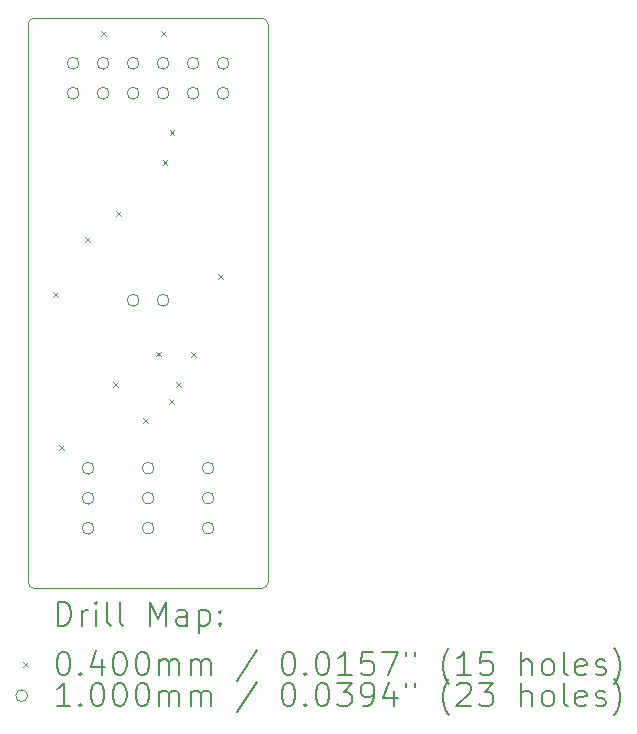
<source format=gbr>
%TF.GenerationSoftware,KiCad,Pcbnew,6.0.9-8da3e8f707~116~ubuntu20.04.1*%
%TF.CreationDate,2023-03-08T13:02:05+01:00*%
%TF.ProjectId,dac_adc_pmod,6461635f-6164-4635-9f70-6d6f642e6b69,rev?*%
%TF.SameCoordinates,Original*%
%TF.FileFunction,Drillmap*%
%TF.FilePolarity,Positive*%
%FSLAX45Y45*%
G04 Gerber Fmt 4.5, Leading zero omitted, Abs format (unit mm)*
G04 Created by KiCad (PCBNEW 6.0.9-8da3e8f707~116~ubuntu20.04.1) date 2023-03-08 13:02:05*
%MOMM*%
%LPD*%
G01*
G04 APERTURE LIST*
%ADD10C,0.100000*%
%ADD11C,0.200000*%
%ADD12C,0.040000*%
G04 APERTURE END LIST*
D10*
X7543800Y-3937000D02*
G75*
G03*
X7493000Y-3987800I0J-50800D01*
G01*
X7493000Y-3987800D02*
X7493000Y-8712200D01*
X9474200Y-8763000D02*
X7543800Y-8763000D01*
X9525000Y-8712200D02*
X9525000Y-3987800D01*
X7493000Y-8712200D02*
G75*
G03*
X7543800Y-8763000I50800J0D01*
G01*
X9525000Y-3987800D02*
G75*
G03*
X9474200Y-3937000I-50800J0D01*
G01*
X7543800Y-3937000D02*
X9474200Y-3937000D01*
X9474200Y-8763000D02*
G75*
G03*
X9525000Y-8712200I0J50800D01*
G01*
D11*
D12*
X7701600Y-6253800D02*
X7741600Y-6293800D01*
X7741600Y-6253800D02*
X7701600Y-6293800D01*
X7752400Y-7549200D02*
X7792400Y-7589200D01*
X7792400Y-7549200D02*
X7752400Y-7589200D01*
X7976240Y-5791840D02*
X8016240Y-5831840D01*
X8016240Y-5791840D02*
X7976240Y-5831840D01*
X8108000Y-4044000D02*
X8148000Y-4084000D01*
X8148000Y-4044000D02*
X8108000Y-4084000D01*
X8209600Y-7015800D02*
X8249600Y-7055800D01*
X8249600Y-7015800D02*
X8209600Y-7055800D01*
X8235000Y-5568000D02*
X8275000Y-5608000D01*
X8275000Y-5568000D02*
X8235000Y-5608000D01*
X8464000Y-7325170D02*
X8504000Y-7365170D01*
X8504000Y-7325170D02*
X8464000Y-7365170D01*
X8577800Y-6759200D02*
X8617800Y-6799200D01*
X8617800Y-6759200D02*
X8577800Y-6799200D01*
X8616000Y-4044000D02*
X8656000Y-4084000D01*
X8656000Y-4044000D02*
X8616000Y-4084000D01*
X8630660Y-5138210D02*
X8670660Y-5178210D01*
X8670660Y-5138210D02*
X8630660Y-5178210D01*
X8686990Y-7160580D02*
X8726990Y-7200580D01*
X8726990Y-7160580D02*
X8686990Y-7200580D01*
X8690240Y-4885900D02*
X8730240Y-4925900D01*
X8730240Y-4885900D02*
X8690240Y-4925900D01*
X8743000Y-7015800D02*
X8783000Y-7055800D01*
X8783000Y-7015800D02*
X8743000Y-7055800D01*
X8870000Y-6761800D02*
X8910000Y-6801800D01*
X8910000Y-6761800D02*
X8870000Y-6801800D01*
X9098600Y-6101400D02*
X9138600Y-6141400D01*
X9138600Y-6101400D02*
X9098600Y-6141400D01*
D10*
X7924000Y-4318000D02*
G75*
G03*
X7924000Y-4318000I-50000J0D01*
G01*
X7924000Y-4572000D02*
G75*
G03*
X7924000Y-4572000I-50000J0D01*
G01*
X8051000Y-7747000D02*
G75*
G03*
X8051000Y-7747000I-50000J0D01*
G01*
X8051000Y-8001000D02*
G75*
G03*
X8051000Y-8001000I-50000J0D01*
G01*
X8051000Y-8255000D02*
G75*
G03*
X8051000Y-8255000I-50000J0D01*
G01*
X8178000Y-4318000D02*
G75*
G03*
X8178000Y-4318000I-50000J0D01*
G01*
X8178000Y-4572000D02*
G75*
G03*
X8178000Y-4572000I-50000J0D01*
G01*
X8432000Y-4318000D02*
G75*
G03*
X8432000Y-4318000I-50000J0D01*
G01*
X8432000Y-4572000D02*
G75*
G03*
X8432000Y-4572000I-50000J0D01*
G01*
X8432000Y-6324600D02*
G75*
G03*
X8432000Y-6324600I-50000J0D01*
G01*
X8559000Y-7745500D02*
G75*
G03*
X8559000Y-7745500I-50000J0D01*
G01*
X8559000Y-7999500D02*
G75*
G03*
X8559000Y-7999500I-50000J0D01*
G01*
X8559000Y-8253500D02*
G75*
G03*
X8559000Y-8253500I-50000J0D01*
G01*
X8686000Y-4318000D02*
G75*
G03*
X8686000Y-4318000I-50000J0D01*
G01*
X8686000Y-4572000D02*
G75*
G03*
X8686000Y-4572000I-50000J0D01*
G01*
X8686000Y-6324600D02*
G75*
G03*
X8686000Y-6324600I-50000J0D01*
G01*
X8940000Y-4318000D02*
G75*
G03*
X8940000Y-4318000I-50000J0D01*
G01*
X8940000Y-4572000D02*
G75*
G03*
X8940000Y-4572000I-50000J0D01*
G01*
X9067000Y-7745500D02*
G75*
G03*
X9067000Y-7745500I-50000J0D01*
G01*
X9067000Y-7999500D02*
G75*
G03*
X9067000Y-7999500I-50000J0D01*
G01*
X9067000Y-8253500D02*
G75*
G03*
X9067000Y-8253500I-50000J0D01*
G01*
X9194000Y-4318000D02*
G75*
G03*
X9194000Y-4318000I-50000J0D01*
G01*
X9194000Y-4572000D02*
G75*
G03*
X9194000Y-4572000I-50000J0D01*
G01*
D11*
X7745619Y-9078476D02*
X7745619Y-8878476D01*
X7793238Y-8878476D01*
X7821809Y-8888000D01*
X7840857Y-8907048D01*
X7850381Y-8926095D01*
X7859905Y-8964190D01*
X7859905Y-8992762D01*
X7850381Y-9030857D01*
X7840857Y-9049905D01*
X7821809Y-9068952D01*
X7793238Y-9078476D01*
X7745619Y-9078476D01*
X7945619Y-9078476D02*
X7945619Y-8945143D01*
X7945619Y-8983238D02*
X7955143Y-8964190D01*
X7964667Y-8954667D01*
X7983714Y-8945143D01*
X8002762Y-8945143D01*
X8069428Y-9078476D02*
X8069428Y-8945143D01*
X8069428Y-8878476D02*
X8059905Y-8888000D01*
X8069428Y-8897524D01*
X8078952Y-8888000D01*
X8069428Y-8878476D01*
X8069428Y-8897524D01*
X8193238Y-9078476D02*
X8174190Y-9068952D01*
X8164667Y-9049905D01*
X8164667Y-8878476D01*
X8298000Y-9078476D02*
X8278952Y-9068952D01*
X8269428Y-9049905D01*
X8269428Y-8878476D01*
X8526571Y-9078476D02*
X8526571Y-8878476D01*
X8593238Y-9021333D01*
X8659905Y-8878476D01*
X8659905Y-9078476D01*
X8840857Y-9078476D02*
X8840857Y-8973714D01*
X8831333Y-8954667D01*
X8812286Y-8945143D01*
X8774190Y-8945143D01*
X8755143Y-8954667D01*
X8840857Y-9068952D02*
X8821810Y-9078476D01*
X8774190Y-9078476D01*
X8755143Y-9068952D01*
X8745619Y-9049905D01*
X8745619Y-9030857D01*
X8755143Y-9011810D01*
X8774190Y-9002286D01*
X8821810Y-9002286D01*
X8840857Y-8992762D01*
X8936095Y-8945143D02*
X8936095Y-9145143D01*
X8936095Y-8954667D02*
X8955143Y-8945143D01*
X8993238Y-8945143D01*
X9012286Y-8954667D01*
X9021810Y-8964190D01*
X9031333Y-8983238D01*
X9031333Y-9040381D01*
X9021810Y-9059429D01*
X9012286Y-9068952D01*
X8993238Y-9078476D01*
X8955143Y-9078476D01*
X8936095Y-9068952D01*
X9117048Y-9059429D02*
X9126571Y-9068952D01*
X9117048Y-9078476D01*
X9107524Y-9068952D01*
X9117048Y-9059429D01*
X9117048Y-9078476D01*
X9117048Y-8954667D02*
X9126571Y-8964190D01*
X9117048Y-8973714D01*
X9107524Y-8964190D01*
X9117048Y-8954667D01*
X9117048Y-8973714D01*
D12*
X7448000Y-9388000D02*
X7488000Y-9428000D01*
X7488000Y-9388000D02*
X7448000Y-9428000D01*
D11*
X7783714Y-9298476D02*
X7802762Y-9298476D01*
X7821809Y-9308000D01*
X7831333Y-9317524D01*
X7840857Y-9336571D01*
X7850381Y-9374667D01*
X7850381Y-9422286D01*
X7840857Y-9460381D01*
X7831333Y-9479429D01*
X7821809Y-9488952D01*
X7802762Y-9498476D01*
X7783714Y-9498476D01*
X7764667Y-9488952D01*
X7755143Y-9479429D01*
X7745619Y-9460381D01*
X7736095Y-9422286D01*
X7736095Y-9374667D01*
X7745619Y-9336571D01*
X7755143Y-9317524D01*
X7764667Y-9308000D01*
X7783714Y-9298476D01*
X7936095Y-9479429D02*
X7945619Y-9488952D01*
X7936095Y-9498476D01*
X7926571Y-9488952D01*
X7936095Y-9479429D01*
X7936095Y-9498476D01*
X8117048Y-9365143D02*
X8117048Y-9498476D01*
X8069428Y-9288952D02*
X8021809Y-9431810D01*
X8145619Y-9431810D01*
X8259905Y-9298476D02*
X8278952Y-9298476D01*
X8298000Y-9308000D01*
X8307524Y-9317524D01*
X8317048Y-9336571D01*
X8326571Y-9374667D01*
X8326571Y-9422286D01*
X8317048Y-9460381D01*
X8307524Y-9479429D01*
X8298000Y-9488952D01*
X8278952Y-9498476D01*
X8259905Y-9498476D01*
X8240857Y-9488952D01*
X8231333Y-9479429D01*
X8221809Y-9460381D01*
X8212286Y-9422286D01*
X8212286Y-9374667D01*
X8221809Y-9336571D01*
X8231333Y-9317524D01*
X8240857Y-9308000D01*
X8259905Y-9298476D01*
X8450381Y-9298476D02*
X8469429Y-9298476D01*
X8488476Y-9308000D01*
X8498000Y-9317524D01*
X8507524Y-9336571D01*
X8517048Y-9374667D01*
X8517048Y-9422286D01*
X8507524Y-9460381D01*
X8498000Y-9479429D01*
X8488476Y-9488952D01*
X8469429Y-9498476D01*
X8450381Y-9498476D01*
X8431333Y-9488952D01*
X8421810Y-9479429D01*
X8412286Y-9460381D01*
X8402762Y-9422286D01*
X8402762Y-9374667D01*
X8412286Y-9336571D01*
X8421810Y-9317524D01*
X8431333Y-9308000D01*
X8450381Y-9298476D01*
X8602762Y-9498476D02*
X8602762Y-9365143D01*
X8602762Y-9384190D02*
X8612286Y-9374667D01*
X8631333Y-9365143D01*
X8659905Y-9365143D01*
X8678952Y-9374667D01*
X8688476Y-9393714D01*
X8688476Y-9498476D01*
X8688476Y-9393714D02*
X8698000Y-9374667D01*
X8717048Y-9365143D01*
X8745619Y-9365143D01*
X8764667Y-9374667D01*
X8774190Y-9393714D01*
X8774190Y-9498476D01*
X8869429Y-9498476D02*
X8869429Y-9365143D01*
X8869429Y-9384190D02*
X8878952Y-9374667D01*
X8898000Y-9365143D01*
X8926571Y-9365143D01*
X8945619Y-9374667D01*
X8955143Y-9393714D01*
X8955143Y-9498476D01*
X8955143Y-9393714D02*
X8964667Y-9374667D01*
X8983714Y-9365143D01*
X9012286Y-9365143D01*
X9031333Y-9374667D01*
X9040857Y-9393714D01*
X9040857Y-9498476D01*
X9431333Y-9288952D02*
X9259905Y-9546095D01*
X9688476Y-9298476D02*
X9707524Y-9298476D01*
X9726571Y-9308000D01*
X9736095Y-9317524D01*
X9745619Y-9336571D01*
X9755143Y-9374667D01*
X9755143Y-9422286D01*
X9745619Y-9460381D01*
X9736095Y-9479429D01*
X9726571Y-9488952D01*
X9707524Y-9498476D01*
X9688476Y-9498476D01*
X9669429Y-9488952D01*
X9659905Y-9479429D01*
X9650381Y-9460381D01*
X9640857Y-9422286D01*
X9640857Y-9374667D01*
X9650381Y-9336571D01*
X9659905Y-9317524D01*
X9669429Y-9308000D01*
X9688476Y-9298476D01*
X9840857Y-9479429D02*
X9850381Y-9488952D01*
X9840857Y-9498476D01*
X9831333Y-9488952D01*
X9840857Y-9479429D01*
X9840857Y-9498476D01*
X9974190Y-9298476D02*
X9993238Y-9298476D01*
X10012286Y-9308000D01*
X10021810Y-9317524D01*
X10031333Y-9336571D01*
X10040857Y-9374667D01*
X10040857Y-9422286D01*
X10031333Y-9460381D01*
X10021810Y-9479429D01*
X10012286Y-9488952D01*
X9993238Y-9498476D01*
X9974190Y-9498476D01*
X9955143Y-9488952D01*
X9945619Y-9479429D01*
X9936095Y-9460381D01*
X9926571Y-9422286D01*
X9926571Y-9374667D01*
X9936095Y-9336571D01*
X9945619Y-9317524D01*
X9955143Y-9308000D01*
X9974190Y-9298476D01*
X10231333Y-9498476D02*
X10117048Y-9498476D01*
X10174190Y-9498476D02*
X10174190Y-9298476D01*
X10155143Y-9327048D01*
X10136095Y-9346095D01*
X10117048Y-9355619D01*
X10412286Y-9298476D02*
X10317048Y-9298476D01*
X10307524Y-9393714D01*
X10317048Y-9384190D01*
X10336095Y-9374667D01*
X10383714Y-9374667D01*
X10402762Y-9384190D01*
X10412286Y-9393714D01*
X10421810Y-9412762D01*
X10421810Y-9460381D01*
X10412286Y-9479429D01*
X10402762Y-9488952D01*
X10383714Y-9498476D01*
X10336095Y-9498476D01*
X10317048Y-9488952D01*
X10307524Y-9479429D01*
X10488476Y-9298476D02*
X10621810Y-9298476D01*
X10536095Y-9498476D01*
X10688476Y-9298476D02*
X10688476Y-9336571D01*
X10764667Y-9298476D02*
X10764667Y-9336571D01*
X11059905Y-9574667D02*
X11050381Y-9565143D01*
X11031333Y-9536571D01*
X11021810Y-9517524D01*
X11012286Y-9488952D01*
X11002762Y-9441333D01*
X11002762Y-9403238D01*
X11012286Y-9355619D01*
X11021810Y-9327048D01*
X11031333Y-9308000D01*
X11050381Y-9279429D01*
X11059905Y-9269905D01*
X11240857Y-9498476D02*
X11126571Y-9498476D01*
X11183714Y-9498476D02*
X11183714Y-9298476D01*
X11164667Y-9327048D01*
X11145619Y-9346095D01*
X11126571Y-9355619D01*
X11421809Y-9298476D02*
X11326571Y-9298476D01*
X11317048Y-9393714D01*
X11326571Y-9384190D01*
X11345619Y-9374667D01*
X11393238Y-9374667D01*
X11412286Y-9384190D01*
X11421809Y-9393714D01*
X11431333Y-9412762D01*
X11431333Y-9460381D01*
X11421809Y-9479429D01*
X11412286Y-9488952D01*
X11393238Y-9498476D01*
X11345619Y-9498476D01*
X11326571Y-9488952D01*
X11317048Y-9479429D01*
X11669428Y-9498476D02*
X11669428Y-9298476D01*
X11755143Y-9498476D02*
X11755143Y-9393714D01*
X11745619Y-9374667D01*
X11726571Y-9365143D01*
X11698000Y-9365143D01*
X11678952Y-9374667D01*
X11669428Y-9384190D01*
X11878952Y-9498476D02*
X11859905Y-9488952D01*
X11850381Y-9479429D01*
X11840857Y-9460381D01*
X11840857Y-9403238D01*
X11850381Y-9384190D01*
X11859905Y-9374667D01*
X11878952Y-9365143D01*
X11907524Y-9365143D01*
X11926571Y-9374667D01*
X11936095Y-9384190D01*
X11945619Y-9403238D01*
X11945619Y-9460381D01*
X11936095Y-9479429D01*
X11926571Y-9488952D01*
X11907524Y-9498476D01*
X11878952Y-9498476D01*
X12059905Y-9498476D02*
X12040857Y-9488952D01*
X12031333Y-9469905D01*
X12031333Y-9298476D01*
X12212286Y-9488952D02*
X12193238Y-9498476D01*
X12155143Y-9498476D01*
X12136095Y-9488952D01*
X12126571Y-9469905D01*
X12126571Y-9393714D01*
X12136095Y-9374667D01*
X12155143Y-9365143D01*
X12193238Y-9365143D01*
X12212286Y-9374667D01*
X12221809Y-9393714D01*
X12221809Y-9412762D01*
X12126571Y-9431810D01*
X12298000Y-9488952D02*
X12317048Y-9498476D01*
X12355143Y-9498476D01*
X12374190Y-9488952D01*
X12383714Y-9469905D01*
X12383714Y-9460381D01*
X12374190Y-9441333D01*
X12355143Y-9431810D01*
X12326571Y-9431810D01*
X12307524Y-9422286D01*
X12298000Y-9403238D01*
X12298000Y-9393714D01*
X12307524Y-9374667D01*
X12326571Y-9365143D01*
X12355143Y-9365143D01*
X12374190Y-9374667D01*
X12450381Y-9574667D02*
X12459905Y-9565143D01*
X12478952Y-9536571D01*
X12488476Y-9517524D01*
X12498000Y-9488952D01*
X12507524Y-9441333D01*
X12507524Y-9403238D01*
X12498000Y-9355619D01*
X12488476Y-9327048D01*
X12478952Y-9308000D01*
X12459905Y-9279429D01*
X12450381Y-9269905D01*
D10*
X7488000Y-9672000D02*
G75*
G03*
X7488000Y-9672000I-50000J0D01*
G01*
D11*
X7850381Y-9762476D02*
X7736095Y-9762476D01*
X7793238Y-9762476D02*
X7793238Y-9562476D01*
X7774190Y-9591048D01*
X7755143Y-9610095D01*
X7736095Y-9619619D01*
X7936095Y-9743429D02*
X7945619Y-9752952D01*
X7936095Y-9762476D01*
X7926571Y-9752952D01*
X7936095Y-9743429D01*
X7936095Y-9762476D01*
X8069428Y-9562476D02*
X8088476Y-9562476D01*
X8107524Y-9572000D01*
X8117048Y-9581524D01*
X8126571Y-9600571D01*
X8136095Y-9638667D01*
X8136095Y-9686286D01*
X8126571Y-9724381D01*
X8117048Y-9743429D01*
X8107524Y-9752952D01*
X8088476Y-9762476D01*
X8069428Y-9762476D01*
X8050381Y-9752952D01*
X8040857Y-9743429D01*
X8031333Y-9724381D01*
X8021809Y-9686286D01*
X8021809Y-9638667D01*
X8031333Y-9600571D01*
X8040857Y-9581524D01*
X8050381Y-9572000D01*
X8069428Y-9562476D01*
X8259905Y-9562476D02*
X8278952Y-9562476D01*
X8298000Y-9572000D01*
X8307524Y-9581524D01*
X8317048Y-9600571D01*
X8326571Y-9638667D01*
X8326571Y-9686286D01*
X8317048Y-9724381D01*
X8307524Y-9743429D01*
X8298000Y-9752952D01*
X8278952Y-9762476D01*
X8259905Y-9762476D01*
X8240857Y-9752952D01*
X8231333Y-9743429D01*
X8221809Y-9724381D01*
X8212286Y-9686286D01*
X8212286Y-9638667D01*
X8221809Y-9600571D01*
X8231333Y-9581524D01*
X8240857Y-9572000D01*
X8259905Y-9562476D01*
X8450381Y-9562476D02*
X8469429Y-9562476D01*
X8488476Y-9572000D01*
X8498000Y-9581524D01*
X8507524Y-9600571D01*
X8517048Y-9638667D01*
X8517048Y-9686286D01*
X8507524Y-9724381D01*
X8498000Y-9743429D01*
X8488476Y-9752952D01*
X8469429Y-9762476D01*
X8450381Y-9762476D01*
X8431333Y-9752952D01*
X8421810Y-9743429D01*
X8412286Y-9724381D01*
X8402762Y-9686286D01*
X8402762Y-9638667D01*
X8412286Y-9600571D01*
X8421810Y-9581524D01*
X8431333Y-9572000D01*
X8450381Y-9562476D01*
X8602762Y-9762476D02*
X8602762Y-9629143D01*
X8602762Y-9648190D02*
X8612286Y-9638667D01*
X8631333Y-9629143D01*
X8659905Y-9629143D01*
X8678952Y-9638667D01*
X8688476Y-9657714D01*
X8688476Y-9762476D01*
X8688476Y-9657714D02*
X8698000Y-9638667D01*
X8717048Y-9629143D01*
X8745619Y-9629143D01*
X8764667Y-9638667D01*
X8774190Y-9657714D01*
X8774190Y-9762476D01*
X8869429Y-9762476D02*
X8869429Y-9629143D01*
X8869429Y-9648190D02*
X8878952Y-9638667D01*
X8898000Y-9629143D01*
X8926571Y-9629143D01*
X8945619Y-9638667D01*
X8955143Y-9657714D01*
X8955143Y-9762476D01*
X8955143Y-9657714D02*
X8964667Y-9638667D01*
X8983714Y-9629143D01*
X9012286Y-9629143D01*
X9031333Y-9638667D01*
X9040857Y-9657714D01*
X9040857Y-9762476D01*
X9431333Y-9552952D02*
X9259905Y-9810095D01*
X9688476Y-9562476D02*
X9707524Y-9562476D01*
X9726571Y-9572000D01*
X9736095Y-9581524D01*
X9745619Y-9600571D01*
X9755143Y-9638667D01*
X9755143Y-9686286D01*
X9745619Y-9724381D01*
X9736095Y-9743429D01*
X9726571Y-9752952D01*
X9707524Y-9762476D01*
X9688476Y-9762476D01*
X9669429Y-9752952D01*
X9659905Y-9743429D01*
X9650381Y-9724381D01*
X9640857Y-9686286D01*
X9640857Y-9638667D01*
X9650381Y-9600571D01*
X9659905Y-9581524D01*
X9669429Y-9572000D01*
X9688476Y-9562476D01*
X9840857Y-9743429D02*
X9850381Y-9752952D01*
X9840857Y-9762476D01*
X9831333Y-9752952D01*
X9840857Y-9743429D01*
X9840857Y-9762476D01*
X9974190Y-9562476D02*
X9993238Y-9562476D01*
X10012286Y-9572000D01*
X10021810Y-9581524D01*
X10031333Y-9600571D01*
X10040857Y-9638667D01*
X10040857Y-9686286D01*
X10031333Y-9724381D01*
X10021810Y-9743429D01*
X10012286Y-9752952D01*
X9993238Y-9762476D01*
X9974190Y-9762476D01*
X9955143Y-9752952D01*
X9945619Y-9743429D01*
X9936095Y-9724381D01*
X9926571Y-9686286D01*
X9926571Y-9638667D01*
X9936095Y-9600571D01*
X9945619Y-9581524D01*
X9955143Y-9572000D01*
X9974190Y-9562476D01*
X10107524Y-9562476D02*
X10231333Y-9562476D01*
X10164667Y-9638667D01*
X10193238Y-9638667D01*
X10212286Y-9648190D01*
X10221810Y-9657714D01*
X10231333Y-9676762D01*
X10231333Y-9724381D01*
X10221810Y-9743429D01*
X10212286Y-9752952D01*
X10193238Y-9762476D01*
X10136095Y-9762476D01*
X10117048Y-9752952D01*
X10107524Y-9743429D01*
X10326571Y-9762476D02*
X10364667Y-9762476D01*
X10383714Y-9752952D01*
X10393238Y-9743429D01*
X10412286Y-9714857D01*
X10421810Y-9676762D01*
X10421810Y-9600571D01*
X10412286Y-9581524D01*
X10402762Y-9572000D01*
X10383714Y-9562476D01*
X10345619Y-9562476D01*
X10326571Y-9572000D01*
X10317048Y-9581524D01*
X10307524Y-9600571D01*
X10307524Y-9648190D01*
X10317048Y-9667238D01*
X10326571Y-9676762D01*
X10345619Y-9686286D01*
X10383714Y-9686286D01*
X10402762Y-9676762D01*
X10412286Y-9667238D01*
X10421810Y-9648190D01*
X10593238Y-9629143D02*
X10593238Y-9762476D01*
X10545619Y-9552952D02*
X10498000Y-9695810D01*
X10621810Y-9695810D01*
X10688476Y-9562476D02*
X10688476Y-9600571D01*
X10764667Y-9562476D02*
X10764667Y-9600571D01*
X11059905Y-9838667D02*
X11050381Y-9829143D01*
X11031333Y-9800571D01*
X11021810Y-9781524D01*
X11012286Y-9752952D01*
X11002762Y-9705333D01*
X11002762Y-9667238D01*
X11012286Y-9619619D01*
X11021810Y-9591048D01*
X11031333Y-9572000D01*
X11050381Y-9543429D01*
X11059905Y-9533905D01*
X11126571Y-9581524D02*
X11136095Y-9572000D01*
X11155143Y-9562476D01*
X11202762Y-9562476D01*
X11221809Y-9572000D01*
X11231333Y-9581524D01*
X11240857Y-9600571D01*
X11240857Y-9619619D01*
X11231333Y-9648190D01*
X11117048Y-9762476D01*
X11240857Y-9762476D01*
X11307524Y-9562476D02*
X11431333Y-9562476D01*
X11364667Y-9638667D01*
X11393238Y-9638667D01*
X11412286Y-9648190D01*
X11421809Y-9657714D01*
X11431333Y-9676762D01*
X11431333Y-9724381D01*
X11421809Y-9743429D01*
X11412286Y-9752952D01*
X11393238Y-9762476D01*
X11336095Y-9762476D01*
X11317048Y-9752952D01*
X11307524Y-9743429D01*
X11669428Y-9762476D02*
X11669428Y-9562476D01*
X11755143Y-9762476D02*
X11755143Y-9657714D01*
X11745619Y-9638667D01*
X11726571Y-9629143D01*
X11698000Y-9629143D01*
X11678952Y-9638667D01*
X11669428Y-9648190D01*
X11878952Y-9762476D02*
X11859905Y-9752952D01*
X11850381Y-9743429D01*
X11840857Y-9724381D01*
X11840857Y-9667238D01*
X11850381Y-9648190D01*
X11859905Y-9638667D01*
X11878952Y-9629143D01*
X11907524Y-9629143D01*
X11926571Y-9638667D01*
X11936095Y-9648190D01*
X11945619Y-9667238D01*
X11945619Y-9724381D01*
X11936095Y-9743429D01*
X11926571Y-9752952D01*
X11907524Y-9762476D01*
X11878952Y-9762476D01*
X12059905Y-9762476D02*
X12040857Y-9752952D01*
X12031333Y-9733905D01*
X12031333Y-9562476D01*
X12212286Y-9752952D02*
X12193238Y-9762476D01*
X12155143Y-9762476D01*
X12136095Y-9752952D01*
X12126571Y-9733905D01*
X12126571Y-9657714D01*
X12136095Y-9638667D01*
X12155143Y-9629143D01*
X12193238Y-9629143D01*
X12212286Y-9638667D01*
X12221809Y-9657714D01*
X12221809Y-9676762D01*
X12126571Y-9695810D01*
X12298000Y-9752952D02*
X12317048Y-9762476D01*
X12355143Y-9762476D01*
X12374190Y-9752952D01*
X12383714Y-9733905D01*
X12383714Y-9724381D01*
X12374190Y-9705333D01*
X12355143Y-9695810D01*
X12326571Y-9695810D01*
X12307524Y-9686286D01*
X12298000Y-9667238D01*
X12298000Y-9657714D01*
X12307524Y-9638667D01*
X12326571Y-9629143D01*
X12355143Y-9629143D01*
X12374190Y-9638667D01*
X12450381Y-9838667D02*
X12459905Y-9829143D01*
X12478952Y-9800571D01*
X12488476Y-9781524D01*
X12498000Y-9752952D01*
X12507524Y-9705333D01*
X12507524Y-9667238D01*
X12498000Y-9619619D01*
X12488476Y-9591048D01*
X12478952Y-9572000D01*
X12459905Y-9543429D01*
X12450381Y-9533905D01*
M02*

</source>
